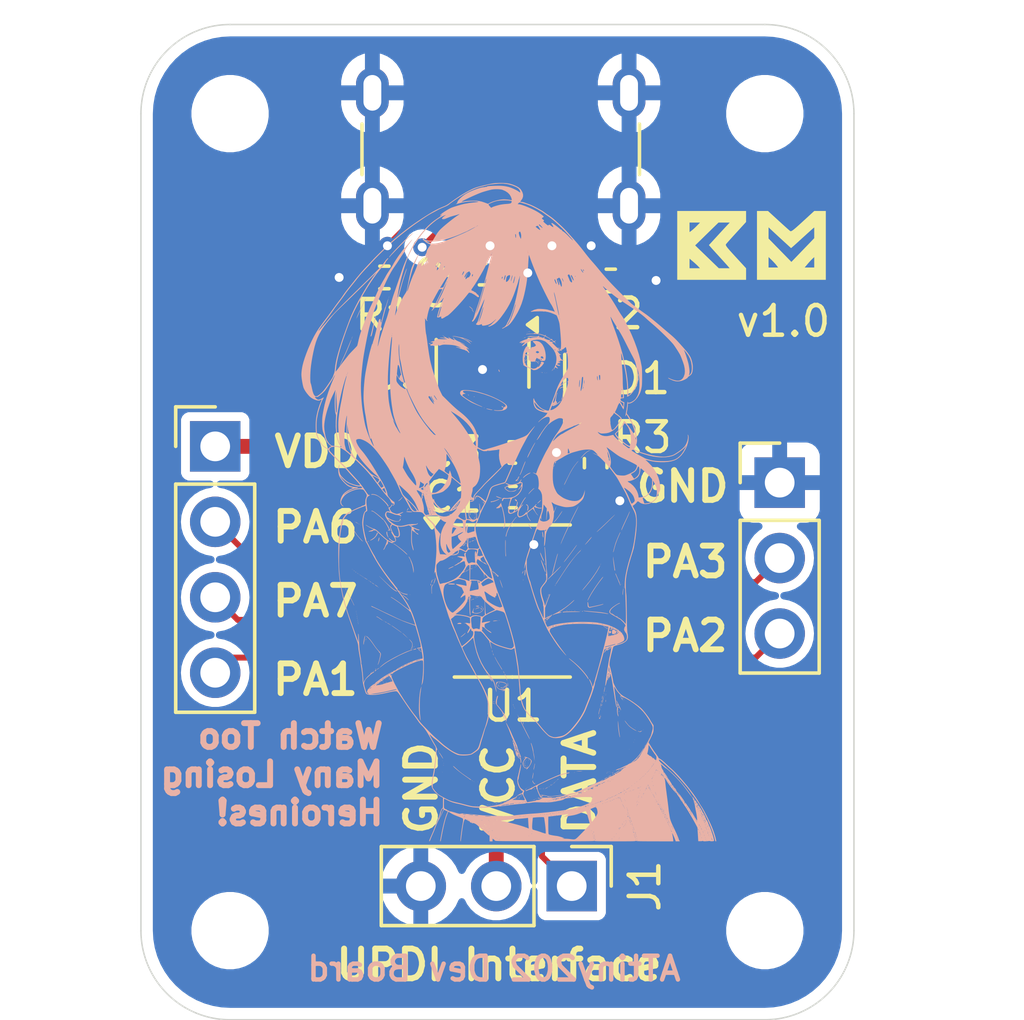
<source format=kicad_pcb>
(kicad_pcb (version 20240108) (generator "pcbnew") (generator_version "8.0")
  (layers (0 "F.Cu" signal) (31 "B.Cu" power) (34 "B.Paste" user) (35 "F.Paste" user) (36 "B.SilkS" user "B.Silkscreen") (37 "F.SilkS" user "F.Silkscreen") (38 "B.Mask" user) (39 "F.Mask" user) (44 "Edge.Cuts" user))
  (net 0 "")
  (net 1 "Net-(J1-DATA)")
  (net 2 "GND")
  (net 3 "+3.3V")
  (net 4 "VBUS")
  (net 5 "Net-(J2-CC1)")
  (net 6 "Net-(J2-CC2)")
  (net 8 "Net-(D1-K)")
  (net 9 "Net-(J4-Pin_4)")
  (net 10 "Net-(J4-Pin_2)")
  (net 11 "Net-(J4-Pin_3)")
  (net 12 "Net-(J5-Pin_2)")
  (net 13 "Net-(J5-Pin_3)")
  (footprint "MountingHole:MountingHole_2.2mm_M2" (layer "F.Cu") (at 130 106.5)
    (property "Reference" "H2" (hide yes))
    (property "Value" "MountingHole" (hide yes))
    (pad "" np_thru_hole circle (at 0 0) (size 2.2 2.2) (drill 2.2) (layers "*.Cu" "*.Mask"))
  )
  (footprint "Capacitor_SMD:C_0402_1005Metric" (layer "F.Cu") (at 121.52 119.405)
    (property "Reference" "C1" (at -2.02 0 0) (layer "F.SilkS"))
    (property "Value" "100n" (hide yes))
    (pad "1" smd roundrect (at -0.48 0) (size 0.56 0.62) (layers "F.Cu" "F.Paste" "F.Mask") (net 3 "+3.3V"))
    (pad "2" smd roundrect (at 0.48 0) (size 0.56 0.62) (layers "F.Cu" "F.Paste" "F.Mask") (net 2 "GND"))
  )
  (footprint "Package_TO_SOT_SMD:SOT-23-5" (layer "F.Cu") (at 120.5 114.905 -90)
    (property "Reference" "U3" (at 0.3602 2.7964 180) (layer "F.SilkS"))
    (property "Value" "MIC5365-3.3YD5" (hide yes))
    (pad "1" smd roundrect (at -1.1375 -0.95 270) (size 1.325 0.6) (layers "F.Cu" "F.Paste" "F.Mask") (net 4 "VBUS"))
    (pad "2" smd roundrect (at -1.1375 0 270) (size 1.325 0.6) (layers "F.Cu" "F.Paste" "F.Mask") (net 2 "GND"))
    (pad "3" smd roundrect (at -1.1375 0.95 270) (size 1.325 0.6) (layers "F.Cu" "F.Paste" "F.Mask") (net 4 "VBUS"))
    (pad "4" smd roundrect (at 1.1375 0.95 270) (size 1.325 0.6) (layers "F.Cu" "F.Paste" "F.Mask"))
    (pad "5" smd roundrect (at 1.1375 -0.95 270) (size 1.325 0.6) (layers "F.Cu" "F.Paste" "F.Mask") (net 3 "+3.3V"))
  )
  (footprint "Connector_PinHeader_2.54mm:PinHeader_1x03_P2.54mm_Vertical" (layer "F.Cu") (at 123.5 132.5 -90)
    (property "Reference" "J1" (at 0 -2.46 -90) (layer "F.SilkS"))
    (property "Value" "UPDI")
    (pad "1" thru_hole rect (at 0 0 270) (size 1.7 1.7) (drill 1) (layers "*.Cu" "*.Mask") (net 1 "Net-(J1-DATA)"))
    (pad "2" thru_hole oval (at 0 2.54 270) (size 1.7 1.7) (drill 1) (layers "*.Cu" "*.Mask") (net 3 "+3.3V"))
    (pad "3" thru_hole oval (at 0 5.08 270) (size 1.7 1.7) (drill 1) (layers "*.Cu" "*.Mask") (net 2 "GND"))
  )
  (footprint "Connector_USB:USB_C_Receptacle_GCT_USB4125-xx-x_6P_TopMnt_Horizontal" (layer "F.Cu") (at 121.11 106.6 180)
    (property "Reference" "J2" (hide yes))
    (property "Value" "USB_C_Receptacle_PowerOnly_6P" (hide yes))
    (pad "A5" smd roundrect (at -0.5 -3.08 180) (size 0.7 1.2) (layers "F.Cu" "F.Paste" "F.Mask") (net 5 "Net-(J2-CC1)"))
    (pad "A9" smd roundrect (at 1.52 -3.08) (size 0.76 1.2) (layers "F.Cu" "F.Paste" "F.Mask") (net 4 "VBUS"))
    (pad "A12" smd roundrect (at 2.75 -3.08) (size 0.8 1.2) (layers "F.Cu" "F.Paste" "F.Mask") (net 2 "GND"))
    (pad "B5" smd roundrect (at 0.5 -3.08) (size 0.7 1.2) (layers "F.Cu" "F.Paste" "F.Mask") (net 6 "Net-(J2-CC2)"))
    (pad "B9" smd roundrect (at -1.52 -3.08 180) (size 0.76 1.2) (layers "F.Cu" "F.Paste" "F.Mask") (net 4 "VBUS"))
    (pad "B12" smd roundrect (at -2.75 -3.08 180) (size 0.8 1.2) (layers "F.Cu" "F.Paste" "F.Mask") (net 2 "GND"))
    (pad "S1" thru_hole oval (at -4.32 -3 180) (size 1.1 1.7) (drill oval 0.6 1.2) (layers "*.Cu" "*.Mask" "F.Paste") (net 2 "GND"))
    (pad "S1" thru_hole oval (at -4.32 0.8 180) (size 1.1 1.7) (drill oval 0.6 1.2) (layers "*.Cu" "*.Mask" "F.Paste") (net 2 "GND"))
    (pad "S1" thru_hole oval (at 4.32 -3 180) (size 1.1 1.7) (drill oval 0.6 1.2) (layers "*.Cu" "*.Mask" "F.Paste") (net 2 "GND"))
    (pad "S1" thru_hole oval (at 4.32 0.8 180) (size 1.1 1.7) (drill oval 0.6 1.2) (layers "*.Cu" "*.Mask" "F.Paste") (net 2 "GND"))
  )
  (footprint "Capacitor_SMD:C_0402_1005Metric" (layer "F.Cu") (at 121.5 117.905)
    (property "Reference" "C3" (at -2 0 0) (layer "F.SilkS"))
    (property "Value" "1u" (hide yes))
    (pad "1" smd roundrect (at -0.48 0) (size 0.56 0.62) (layers "F.Cu" "F.Paste" "F.Mask") (net 3 "+3.3V"))
    (pad "2" smd roundrect (at 0.48 0) (size 0.56 0.62) (layers "F.Cu" "F.Paste" "F.Mask") (net 2 "GND"))
  )
  (footprint "LED_SMD:LED_0603_1608Metric" (layer "F.Cu") (at 124 115.405 90)
    (property "Reference" "D1" (at -0.0126 1.8316 180) (layer "F.SilkS"))
    (property "Value" "RED" (hide yes))
    (pad "1" smd roundrect (at -0.7875 0 90) (size 0.875 0.95) (layers "F.Cu" "F.Paste" "F.Mask") (net 8 "Net-(D1-K)"))
    (pad "2" smd roundrect (at 0.7875 0 90) (size 0.875 0.95) (layers "F.Cu" "F.Paste" "F.Mask") (net 3 "+3.3V"))
  )
  (footprint "Capacitor_SMD:C_0402_1005Metric" (layer "F.Cu") (at 120.5 111.905)
    (property "Reference" "C2" (at -1.5264 0.2614 90) (layer "F.SilkS"))
    (property "Value" "1u" (hide yes))
    (pad "1" smd roundrect (at -0.48 0) (size 0.56 0.62) (layers "F.Cu" "F.Paste" "F.Mask") (net 4 "VBUS"))
    (pad "2" smd roundrect (at 0.48 0) (size 0.56 0.62) (layers "F.Cu" "F.Paste" "F.Mask") (net 2 "GND"))
  )
  (footprint "Connector_PinHeader_2.54mm:PinHeader_1x03_P2.54mm_Vertical" (layer "F.Cu") (at 130.5 118.92)
    (property "Reference" "J5" (hide yes))
    (property "Value" "Conn_01x03_Pin")
    (pad "1" thru_hole rect (at 0 0) (size 1.7 1.7) (drill 1) (layers "*.Cu" "*.Mask") (net 2 "GND"))
    (pad "2" thru_hole oval (at 0 2.54) (size 1.7 1.7) (drill 1) (layers "*.Cu" "*.Mask") (net 12 "Net-(J5-Pin_2)"))
    (pad "3" thru_hole oval (at 0 5.08) (size 1.7 1.7) (drill 1) (layers "*.Cu" "*.Mask") (net 13 "Net-(J5-Pin_3)"))
  )
  (footprint "Resistor_SMD:R_0402_1005Metric" (layer "F.Cu") (at 124.8156 112.1156)
    (property "Reference" "R2" (at 0.1016 1.1176 0) (layer "F.SilkS"))
    (property "Value" "5k1" (hide yes))
    (pad "1" smd roundrect (at -0.51 0) (size 0.54 0.64) (layers "F.Cu" "F.Paste" "F.Mask") (net 5 "Net-(J2-CC1)"))
    (pad "2" smd roundrect (at 0.51 0) (size 0.54 0.64) (layers "F.Cu" "F.Paste" "F.Mask") (net 2 "GND"))
  )
  (footprint "MountingHole:MountingHole_2.2mm_M2" (layer "F.Cu") (at 130 134)
    (property "Reference" "H4" (hide yes))
    (property "Value" "MountingHole" (hide yes))
    (pad "" np_thru_hole circle (at 0 0) (size 2.2 2.2) (drill 2.2) (layers "*.Cu" "*.Mask"))
  )
  (footprint "Resistor_SMD:R_0402_1005Metric" (layer "F.Cu") (at 124.3076 118.2644 -90)
    (property "Reference" "R3" (at -0.8656 -1.5748 0) (layer "F.SilkS"))
    (property "Value" "1k" (hide yes))
    (pad "1" smd roundrect (at -0.51 0 270) (size 0.54 0.64) (layers "F.Cu" "F.Paste" "F.Mask") (net 8 "Net-(D1-K)"))
    (pad "2" smd roundrect (at 0.51 0 270) (size 0.54 0.64) (layers "F.Cu" "F.Paste" "F.Mask") (net 2 "GND"))
  )
  (footprint "Resistor_SMD:R_0402_1005Metric" (layer "F.Cu") (at 117.1956 112.014 180)
    (property "Reference" "R1" (at 0 -1.27 0) (layer "F.SilkS"))
    (property "Value" "5k1" (hide yes))
    (pad "1" smd roundrect (at -0.51 0 180) (size 0.54 0.64) (layers "F.Cu" "F.Paste" "F.Mask") (net 6 "Net-(J2-CC2)"))
    (pad "2" smd roundrect (at 0.51 0 180) (size 0.54 0.64) (layers "F.Cu" "F.Paste" "F.Mask") (net 2 "GND"))
  )
  (footprint "Package_SO:SOIC-8_3.9x4.9mm_P1.27mm" (layer "F.Cu") (at 121.5 122.905)
    (property "Reference" "U1" (at 0.0136 3.5362 0) (layer "F.SilkS"))
    (property "Value" "ATtiny202-SS" (hide yes))
    (pad "1" smd roundrect (at -2.475 -1.905) (size 1.95 0.6) (layers "F.Cu" "F.Paste" "F.Mask") (net 3 "+3.3V"))
    (pad "2" smd roundrect (at -2.475 -0.635) (size 1.95 0.6) (layers "F.Cu" "F.Paste" "F.Mask") (net 10 "Net-(J4-Pin_2)"))
    (pad "3" smd roundrect (at -2.475 0.635) (size 1.95 0.6) (layers "F.Cu" "F.Paste" "F.Mask") (net 11 "Net-(J4-Pin_3)"))
    (pad "4" smd roundrect (at -2.475 1.905) (size 1.95 0.6) (layers "F.Cu" "F.Paste" "F.Mask") (net 9 "Net-(J4-Pin_4)"))
    (pad "5" smd roundrect (at 2.475 1.905) (size 1.95 0.6) (layers "F.Cu" "F.Paste" "F.Mask") (net 13 "Net-(J5-Pin_3)"))
    (pad "6" smd roundrect (at 2.475 0.635) (size 1.95 0.6) (layers "F.Cu" "F.Paste" "F.Mask") (net 1 "Net-(J1-DATA)"))
    (pad "7" smd roundrect (at 2.475 -0.635) (size 1.95 0.6) (layers "F.Cu" "F.Paste" "F.Mask") (net 12 "Net-(J5-Pin_2)"))
    (pad "8" smd roundrect (at 2.475 -1.905) (size 1.95 0.6) (layers "F.Cu" "F.Paste" "F.Mask") (net 2 "GND"))
  )
  (footprint "Connector_PinHeader_2.54mm:PinHeader_1x04_P2.54mm_Vertical" (layer "F.Cu") (at 111.5 117.7)
    (property "Reference" "J4" (hide yes))
    (property "Value" "Conn_01x04_Pin")
    (pad "1" thru_hole rect (at 0 0) (size 1.7 1.7) (drill 1) (layers "*.Cu" "*.Mask") (net 3 "+3.3V"))
    (pad "2" thru_hole oval (at 0 2.54) (size 1.7 1.7) (drill 1) (layers "*.Cu" "*.Mask") (net 10 "Net-(J4-Pin_2)"))
    (pad "3" thru_hole oval (at 0 5.08) (size 1.7 1.7) (drill 1) (layers "*.Cu" "*.Mask") (net 11 "Net-(J4-Pin_3)"))
    (pad "4" thru_hole oval (at 0 7.62) (size 1.7 1.7) (drill 1) (layers "*.Cu" "*.Mask") (net 9 "Net-(J4-Pin_4)"))
  )
  (footprint "MountingHole:MountingHole_2.2mm_M2" (layer "F.Cu") (at 112 106.5)
    (property "Reference" "H1" (hide yes))
    (property "Value" "MountingHole" (hide yes))
    (pad "" np_thru_hole circle (at 0 0) (size 2.2 2.2) (drill 2.2) (layers "*.Cu" "*.Mask"))
  )
  (footprint "LOGO" (layer "F.Cu") (at 129.54 110.9472)
    (property "Reference" "G***" (hide yes))
    (property "Value" "LOGO" (hide yes))
  )
  (footprint "MountingHole:MountingHole_2.2mm_M2" (layer "F.Cu") (at 112 134)
    (property "Reference" "H3" (hide yes))
    (property "Value" "MountingHole" (hide yes))
    (pad "" np_thru_hole circle (at 0 0) (size 2.2 2.2) (drill 2.2) (layers "*.Cu" "*.Mask"))
  )
  (footprint "LOGO" (layer "B.Cu") (at 121 119.75 180)
    (property "Reference" "G***" (hide yes))
    (property "Value" "LOGO" (hide yes))
  )
  (gr_line (start 112 103.5) (end 130 103.5) (stroke (width 0.05)) (layer "Edge.Cuts"))
  (gr_arc (start 130 103.5) (mid 132.12132 104.37868) (end 133 106.5) (stroke (width 0.05)) (layer "Edge.Cuts"))
  (gr_line (start 133 134) (end 133 106.5) (stroke (width 0.05)) (layer "Edge.Cuts"))
  (gr_arc (start 133 134) (mid 132.12132 136.12132) (end 130 137) (stroke (width 0.05)) (layer "Edge.Cuts"))
  (gr_arc (start 112 137) (mid 109.87868 136.12132) (end 109 134) (stroke (width 0.05)) (layer "Edge.Cuts"))
  (gr_line (start 109 134) (end 109 106.5) (stroke (width 0.05)) (layer "Edge.Cuts"))
  (gr_arc (start 109 106.5) (mid 109.87868 104.37868) (end 112 103.5) (stroke (width 0.05)) (layer "Edge.Cuts"))
  (gr_line (start 112 137) (end 130 137) (stroke (width 0.05)) (layer "Edge.Cuts"))
  (gr_text "Watch Too \nMany Losing \nHeroines!" (at 117.25 130.5 0) (layer "B.SilkS") (effects (font (size 0.8 0.8) (thickness 0.2) (bold yes)) (justify left bottom mirror)))
  (gr_text "ATtiny202 Dev Board" (at 127.25 135.75 0) (layer "B.SilkS") (effects (font (size 0.8 0.8) (thickness 0.15) (bold yes)) (justify left bottom mirror)))
  (gr_text "GND" (at 119.0244 130.8608 90) (layer "F.SilkS") (effects (font (size 1 1) (thickness 0.2)) (justify left bottom)))
  (gr_text "PA6" (at 113.3348 121.0056 0) (layer "F.SilkS") (effects (font (size 1 1) (thickness 0.2)) (justify left bottom)))
  (gr_text "VCC" (at 121.6152 130.7592 90) (layer "F.SilkS") (effects (font (size 1 1) (thickness 0.2)) (justify left bottom)))
  (gr_text "PA1" (at 113.3348 126.1364 0) (layer "F.SilkS") (effects (font (size 1 1) (thickness 0.2)) (justify left bottom)))
  (gr_text "PA2" (at 125.7808 124.6632 0) (layer "F.SilkS") (effects (font (size 1 1) (thickness 0.2)) (justify left bottom)))
  (gr_text "UPDI Interface" (at 115.4684 135.7376 0) (layer "F.SilkS") (effects (font (size 1 1) (thickness 0.2)) (justify left bottom)))
  (gr_text "PA7" (at 113.3348 123.4948 0) (layer "F.SilkS") (effects (font (size 1 1) (thickness 0.2)) (justify left bottom)))
  (gr_text "PA3" (at 125.7808 122.174 0) (layer "F.SilkS") (effects (font (size 1 1) (thickness 0.2)) (justify left bottom)))
  (gr_text "DATA" (at 124.3584 130.8608 90) (layer "F.SilkS") (effects (font (size 1 1) (thickness 0.2)) (justify left bottom)))
  (gr_text "v1.0" (at 128.9558 114.0714 0) (layer "F.SilkS") (effects (font (size 1 1)) (justify left bottom)))
  (gr_text "VDD" (at 113.3856 118.4656 0) (layer "F.SilkS") (effects (font (size 1 1) (thickness 0.2)) (justify left bottom)))
  (gr_text "GND" (at 125.5776 119.634 0) (layer "F.SilkS") (effects (font (size 1 1) (thickness 0.2)) (justify left bottom)))
  (segment (start 123.975 123.54) (end 123.000001 123.54) (width 0.2) (layer "F.Cu") (net 1))
  (segment (start 122.5 124.040001) (end 122.5 131.5) (width 0.2) (layer "F.Cu") (net 1))
  (segment (start 123.000001 123.54) (end 122.5 124.040001) (width 0.2) (layer "F.Cu") (net 1))
  (segment (start 122.5 131.5) (end 123.5 132.5) (width 0.2) (layer "F.Cu") (net 1))
  (segment (start 118.36 109.8844) (end 117.2972 110.9472) (width 0.2) (layer "F.Cu") (net 2))
  (segment (start 116.6856 112.014) (end 115.6716 112.014) (width 0.2) (layer "F.Cu") (net 2))
  (segment (start 123.86 109.68) (end 123.86 110.652) (width 0.2) (layer "F.Cu") (net 2))
  (segment (start 122.985 117.905) (end 122.9868 117.9068) (width 0.5) (layer "F.Cu") (net 2))
  (segment (start 122.2304 121) (end 122.2248 121.0056) (width 0.5) (layer "F.Cu") (net 2))
  (segment (start 121.9782 111.905) (end 122.0216 111.8616) (width 0.2) (layer "F.Cu") (net 2))
  (segment (start 121.98 117.905) (end 122.985 117.905) (width 0.5) (layer "F.Cu") (net 2))
  (segment (start 124.3624 118.7744) (end 125.1204 119.5324) (width 0.5) (layer "F.Cu") (net 2))
  (segment (start 123.86 110.652) (end 124.1552 110.9472) (width 0.2) (layer "F.Cu") (net 2))
  (segment (start 118.36 109.68) (end 118.36 109.8844) (width 0.2) (layer "F.Cu") (net 2))
  (segment (start 123.975 121) (end 122.2304 121) (width 0.5) (layer "F.Cu") (net 2))
  (segment (start 124.3076 118.7744) (end 124.3624 118.7744) (width 0.5) (layer "F.Cu") (net 2))
  (segment (start 120.98 111.905) (end 121.9782 111.905) (width 0.2) (layer "F.Cu") (net 2))
  (segment (start 122.38 119.405) (end 123.975 121) (width 0.5) (layer "F.Cu") (net 2))
  (segment (start 120.5 113.7675) (end 120.5 115.1104) (width 0.2) (layer "F.Cu") (net 2))
  (segment (start 120.5 115.1104) (end 120.4976 115.1128) (width 0.2) (layer "F.Cu") (net 2))
  (segment (start 125.3256 112.1156) (end 126.3396 112.1156) (width 0.2) (layer "F.Cu") (net 2))
  (segment (start 122 119.405) (end 122.38 119.405) (width 0.5) (layer "F.Cu") (net 2))
  (via (at 122.9868 117.9068) (size 0.6) (drill 0.3) (layers "F.Cu" "B.Cu") (net 2))
  (via (at 117.2972 110.9472) (size 0.6) (drill 0.3) (layers "F.Cu" "B.Cu") (net 2))
  (via (at 122.0216 111.8616) (size 0.6) (drill 0.3) (layers "F.Cu" "B.Cu") (net 2))
  (via (at 120.4976 115.1128) (size 0.6) (drill 0.3) (layers "F.Cu" "B.Cu") (net 2))
  (via (at 125.1204 119.5324) (size 0.6) (drill 0.3) (layers "F.Cu" "B.Cu") (net 2))
  (via (at 122.2248 121.0056) (size 0.6) (drill 0.3) (layers "F.Cu" "B.Cu") (net 2))
  (via (at 126.3396 112.1156) (size 0.6) (drill 0.3) (layers "F.Cu" "B.Cu") (net 2))
  (via (at 115.6716 112.014) (size 0.6) (drill 0.3) (layers "F.Cu" "B.Cu") (net 2))
  (via (at 124.1552 110.9472) (size 0.6) (drill 0.3) (layers "F.Cu" "B.Cu") (net 2))
  (segment (start 121.02 116.4725) (end 121.02 117.905) (width 0.5) (layer "F.Cu") (net 3))
  (segment (start 122.575 116.0425) (end 124 114.6175) (width 0.5) (layer "F.Cu") (net 3))
  (segment (start 119.025 121) (end 119.999999 121) (width 0.5) (layer "F.Cu") (net 3))
  (segment (start 118.8268 121) (end 115.5268 117.7) (width 0.5) (layer "F.Cu") (net 3))
  (segment (start 121.04 119.405) (end 120.62 119.405) (width 0.5) (layer "F.Cu") (net 3))
  (segment (start 121.02 117.905) (end 121.02 119.385) (width 0.5) (layer "F.Cu") (net 3))
  (segment (start 121.45 116.0425) (end 121.02 116.4725) (width 0.5) (layer "F.Cu") (net 3))
  (segment (start 121.02 119.385) (end 121.04 119.405) (width 0.5) (layer "F.Cu") (net 3))
  (segment (start 119.999999 121) (end 120.96 121.960001) (width 0.5) (layer "F.Cu") (net 3))
  (segment (start 120.62 119.405) (end 119.025 121) (width 0.5) (layer "F.Cu") (net 3))
  (segment (start 119.025 121) (end 118.8268 121) (width 0.5) (layer "F.Cu") (net 3))
  (segment (start 115.5268 117.7) (end 111.5 117.7) (width 0.5) (layer "F.Cu") (net 3))
  (segment (start 121.45 116.0425) (end 122.575 116.0425) (width 0.5) (layer "F.Cu") (net 3))
  (segment (start 120.96 121.960001) (end 120.96 132.5) (width 0.5) (layer "F.Cu") (net 3))
  (segment (start 119.59 109.68) (end 119.59 109.8736) (width 0.2) (layer "F.Cu") (net 4))
  (segment (start 120.4976 112.522) (end 121.45 113.4744) (width 0.2) (layer "F.Cu") (net 4))
  (segment (start 120.4976 112.522) (end 119.55 113.4696) (width 0.2) (layer "F.Cu") (net 4))
  (segment (start 120.02 111.905) (end 120.02 112.0444) (width 0.2) (layer "F.Cu") (net 4))
  (segment (start 120.7516 111.1734) (end 120.02 111.905) (width 0.2) (layer "F.Cu") (net 4))
  (segment (start 122.63 109.68) (end 122.63 110.7428) (width 0.2) (layer "F.Cu") (net 4))
  (segment (start 119.59 109.8736) (end 118.4656 110.998) (width 0.2) (layer "F.Cu") (net 4))
  (segment (start 122.63 110.7428) (end 122.8344 110.9472) (width 0.2) (layer "F.Cu") (net 4))
  (segment (start 121.45 113.4744) (end 121.45 113.7675) (width 0.2) (layer "F.Cu") (net 4))
  (segment (start 120.02 112.0444) (end 120.4976 112.522) (width 0.2) (layer "F.Cu") (net 4))
  (segment (start 120.7516 110.9472) (end 120.7516 111.1734) (width 0.2) (layer "F.Cu") (net 4))
  (segment (start 119.55 113.4696) (end 119.55 113.7675) (width 0.2) (layer "F.Cu") (net 4))
  (via (at 122.8344 110.9472) (size 0.6) (drill 0.3) (layers "F.Cu" "B.Cu") (net 4))
  (via (at 120.7516 110.9472) (size 0.6) (drill 0.3) (layers "F.Cu" "B.Cu") (net 4))
  (via (at 118.4656 110.998) (size 0.6) (drill 0.3) (layers "F.Cu" "B.Cu") (net 4))
  (segment (start 120.8024 110.998) (end 120.7516 110.9472) (width 0.2) (layer "B.Cu") (net 4))
  (segment (start 118.4656 110.998) (end 120.7008 110.998) (width 0.2) (layer "B.Cu") (net 4))
  (segment (start 122.7836 110.998) (end 120.8024 110.998) (width 0.2) (layer "B.Cu") (net 4))
  (segment (start 120.7008 110.998) (end 120.7516 110.9472) (width 0.2) (layer "B.Cu") (net 4))
  (segment (start 122.8344 110.9472) (end 122.7836 110.998) (width 0.2) (layer "B.Cu") (net 4))
  (segment (start 123.0588 112.1156) (end 124.3056 112.1156) (width 0.2) (layer "F.Cu") (net 5))
  (segment (start 121.61 110.6668) (end 123.0588 112.1156) (width 0.2) (layer "F.Cu") (net 5))
  (segment (start 121.61 109.68) (end 121.61 110.6668) (width 0.2) (layer "F.Cu") (net 5))
  (segment (start 118.542 112.014) (end 117.7056 112.014) (width 0.2) (layer "F.Cu") (net 6))
  (segment (start 120.61 109.68) (end 120.61 109.946) (width 0.2) (layer "F.Cu") (net 6))
  (segment (start 120.61 109.946) (end 118.542 112.014) (width 0.2) (layer "F.Cu") (net 6))
  (segment (start 124.3076 116.0519) (end 124.3076 117.7544) (width 0.5) (layer "F.Cu") (net 8))
  (segment (start 112.01 124.81) (end 111.5 125.32) (width 0.2) (layer "F.Cu") (net 9))
  (segment (start 119.025 124.81) (end 112.01 124.81) (width 0.2) (layer "F.Cu") (net 9))
  (segment (start 113.53 122.27) (end 111.5 120.24) (width 0.2) (layer "F.Cu") (net 10))
  (segment (start 119.025 122.27) (end 113.53 122.27) (width 0.2) (layer "F.Cu") (net 10))
  (segment (start 119.025 123.54) (end 112.26 123.54) (width 0.2) (layer "F.Cu") (net 11))
  (segment (start 112.26 123.54) (end 111.5 122.78) (width 0.2) (layer "F.Cu") (net 11))
  (segment (start 129.69 122.27) (end 130.5 121.46) (width 0.2) (layer "F.Cu") (net 12))
  (segment (start 123.975 122.27) (end 129.69 122.27) (width 0.2) (layer "F.Cu") (net 12))
  (segment (start 129.69 124.81) (end 130.5 124) (width 0.2) (layer "F.Cu") (net 13))
  (segment (start 123.975 124.81) (end 129.69 124.81) (width 0.2) (layer "F.Cu") (net 13))
  (zone (net 2) (net_name "GND") (layer "B.Cu") (connect_pads (clearance 0.3)) (min_thickness 0.25) (fill yes (thermal_gap 0.5) (thermal_bridge_width 0.5))
    (polygon (pts (xy 109 103.5) (xy 109 137) (xy 133 137) (xy 133 103.5)))
  )
)
</source>
